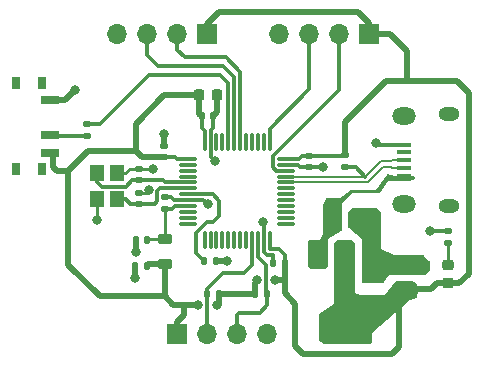
<source format=gbr>
%TF.GenerationSoftware,KiCad,Pcbnew,7.0.8*%
%TF.CreationDate,2023-11-01T19:37:33-03:00*%
%TF.ProjectId,KICAD_STM32,4b494341-445f-4535-944d-33322e6b6963,rev?*%
%TF.SameCoordinates,Original*%
%TF.FileFunction,Copper,L1,Top*%
%TF.FilePolarity,Positive*%
%FSLAX46Y46*%
G04 Gerber Fmt 4.6, Leading zero omitted, Abs format (unit mm)*
G04 Created by KiCad (PCBNEW 7.0.8) date 2023-11-01 19:37:33*
%MOMM*%
%LPD*%
G01*
G04 APERTURE LIST*
G04 Aperture macros list*
%AMRoundRect*
0 Rectangle with rounded corners*
0 $1 Rounding radius*
0 $2 $3 $4 $5 $6 $7 $8 $9 X,Y pos of 4 corners*
0 Add a 4 corners polygon primitive as box body*
4,1,4,$2,$3,$4,$5,$6,$7,$8,$9,$2,$3,0*
0 Add four circle primitives for the rounded corners*
1,1,$1+$1,$2,$3*
1,1,$1+$1,$4,$5*
1,1,$1+$1,$6,$7*
1,1,$1+$1,$8,$9*
0 Add four rect primitives between the rounded corners*
20,1,$1+$1,$2,$3,$4,$5,0*
20,1,$1+$1,$4,$5,$6,$7,0*
20,1,$1+$1,$6,$7,$8,$9,0*
20,1,$1+$1,$8,$9,$2,$3,0*%
G04 Aperture macros list end*
%TA.AperFunction,SMDPad,CuDef*%
%ADD10RoundRect,0.140000X0.170000X-0.140000X0.170000X0.140000X-0.170000X0.140000X-0.170000X-0.140000X0*%
%TD*%
%TA.AperFunction,SMDPad,CuDef*%
%ADD11R,1.200000X1.400000*%
%TD*%
%TA.AperFunction,ComponentPad*%
%ADD12O,1.800000X1.150000*%
%TD*%
%TA.AperFunction,ComponentPad*%
%ADD13O,2.000000X1.450000*%
%TD*%
%TA.AperFunction,SMDPad,CuDef*%
%ADD14R,1.300000X0.450000*%
%TD*%
%TA.AperFunction,ComponentPad*%
%ADD15R,1.700000X1.700000*%
%TD*%
%TA.AperFunction,ComponentPad*%
%ADD16O,1.700000X1.700000*%
%TD*%
%TA.AperFunction,SMDPad,CuDef*%
%ADD17R,0.800000X1.000000*%
%TD*%
%TA.AperFunction,SMDPad,CuDef*%
%ADD18R,1.500000X0.700000*%
%TD*%
%TA.AperFunction,SMDPad,CuDef*%
%ADD19RoundRect,0.135000X0.185000X-0.135000X0.185000X0.135000X-0.185000X0.135000X-0.185000X-0.135000X0*%
%TD*%
%TA.AperFunction,SMDPad,CuDef*%
%ADD20R,1.500000X2.000000*%
%TD*%
%TA.AperFunction,SMDPad,CuDef*%
%ADD21R,3.800000X2.000000*%
%TD*%
%TA.AperFunction,SMDPad,CuDef*%
%ADD22RoundRect,0.140000X0.140000X0.170000X-0.140000X0.170000X-0.140000X-0.170000X0.140000X-0.170000X0*%
%TD*%
%TA.AperFunction,SMDPad,CuDef*%
%ADD23RoundRect,0.135000X0.135000X0.185000X-0.135000X0.185000X-0.135000X-0.185000X0.135000X-0.185000X0*%
%TD*%
%TA.AperFunction,SMDPad,CuDef*%
%ADD24RoundRect,0.140000X-0.170000X0.140000X-0.170000X-0.140000X0.170000X-0.140000X0.170000X0.140000X0*%
%TD*%
%TA.AperFunction,SMDPad,CuDef*%
%ADD25RoundRect,0.250000X-0.250000X-0.475000X0.250000X-0.475000X0.250000X0.475000X-0.250000X0.475000X0*%
%TD*%
%TA.AperFunction,SMDPad,CuDef*%
%ADD26RoundRect,0.075000X-0.662500X-0.075000X0.662500X-0.075000X0.662500X0.075000X-0.662500X0.075000X0*%
%TD*%
%TA.AperFunction,SMDPad,CuDef*%
%ADD27RoundRect,0.075000X-0.075000X-0.662500X0.075000X-0.662500X0.075000X0.662500X-0.075000X0.662500X0*%
%TD*%
%TA.AperFunction,SMDPad,CuDef*%
%ADD28RoundRect,0.140000X-0.140000X-0.170000X0.140000X-0.170000X0.140000X0.170000X-0.140000X0.170000X0*%
%TD*%
%TA.AperFunction,SMDPad,CuDef*%
%ADD29RoundRect,0.225000X-0.225000X-0.250000X0.225000X-0.250000X0.225000X0.250000X-0.225000X0.250000X0*%
%TD*%
%TA.AperFunction,SMDPad,CuDef*%
%ADD30RoundRect,0.250000X0.475000X-0.250000X0.475000X0.250000X-0.475000X0.250000X-0.475000X-0.250000X0*%
%TD*%
%TA.AperFunction,SMDPad,CuDef*%
%ADD31RoundRect,0.135000X-0.185000X0.135000X-0.185000X-0.135000X0.185000X-0.135000X0.185000X0.135000X0*%
%TD*%
%TA.AperFunction,SMDPad,CuDef*%
%ADD32RoundRect,0.218750X-0.381250X0.218750X-0.381250X-0.218750X0.381250X-0.218750X0.381250X0.218750X0*%
%TD*%
%TA.AperFunction,SMDPad,CuDef*%
%ADD33RoundRect,0.218750X-0.256250X0.218750X-0.256250X-0.218750X0.256250X-0.218750X0.256250X0.218750X0*%
%TD*%
%TA.AperFunction,SMDPad,CuDef*%
%ADD34RoundRect,0.135000X-0.135000X-0.185000X0.135000X-0.185000X0.135000X0.185000X-0.135000X0.185000X0*%
%TD*%
%TA.AperFunction,ViaPad*%
%ADD35C,0.800000*%
%TD*%
%TA.AperFunction,Conductor*%
%ADD36C,0.250000*%
%TD*%
%TA.AperFunction,Conductor*%
%ADD37C,0.200000*%
%TD*%
%TA.AperFunction,Conductor*%
%ADD38C,0.300000*%
%TD*%
%TA.AperFunction,Conductor*%
%ADD39C,0.500000*%
%TD*%
G04 APERTURE END LIST*
D10*
%TO.P,C4,1*%
%TO.N,+3.3V*%
X102000000Y-28730000D03*
%TO.P,C4,2*%
%TO.N,GND*%
X102000000Y-27770000D03*
%TD*%
D11*
%TO.P,Y1,1,1*%
%TO.N,/HSE_IN*%
X96300000Y-30074000D03*
%TO.P,Y1,2,2*%
%TO.N,GND*%
X96300000Y-32274000D03*
%TO.P,Y1,3,3*%
%TO.N,/HSE_OUT*%
X98000000Y-32274000D03*
%TO.P,Y1,4,4*%
%TO.N,GND*%
X98000000Y-30074000D03*
%TD*%
D12*
%TO.P,J1,6,Shield*%
%TO.N,N/C*%
X126163000Y-25086000D03*
D13*
X122363000Y-25236000D03*
X122363000Y-32686000D03*
D12*
X126163000Y-32836000D03*
D14*
%TO.P,J1,5,GND*%
%TO.N,GND*%
X122313000Y-27661000D03*
%TO.P,J1,4,ID*%
%TO.N,unconnected-(J1-ID-Pad4)*%
X122313000Y-28311000D03*
%TO.P,J1,3,D+*%
%TO.N,/USB_D+*%
X122313000Y-28961000D03*
%TO.P,J1,2,D-*%
%TO.N,/USB_D-*%
X122313000Y-29611000D03*
%TO.P,J1,1,VBUS*%
%TO.N,VBUS*%
X122313000Y-30261000D03*
%TD*%
D10*
%TO.P,C13,1*%
%TO.N,/HSE_OUT*%
X99900000Y-32680000D03*
%TO.P,C13,2*%
%TO.N,GND*%
X99900000Y-31720000D03*
%TD*%
D15*
%TO.P,J4,1,Pin_1*%
%TO.N,+3.3V*%
X103124000Y-43688000D03*
D16*
%TO.P,J4,2,Pin_2*%
%TO.N,/I2C2_SCL*%
X105664000Y-43688000D03*
%TO.P,J4,3,Pin_3*%
%TO.N,/I2C2_SDA*%
X108204000Y-43688000D03*
%TO.P,J4,4,Pin_4*%
%TO.N,GND*%
X110744000Y-43688000D03*
%TD*%
D17*
%TO.P,SW1,*%
%TO.N,*%
X91712000Y-22450000D03*
X89502000Y-22450000D03*
X91712000Y-29750000D03*
X89502000Y-29750000D03*
D18*
%TO.P,SW1,1,A*%
%TO.N,GND*%
X92362000Y-23850000D03*
%TO.P,SW1,2,B*%
%TO.N,/SW_BOOT0*%
X92362000Y-26850000D03*
%TO.P,SW1,3,C*%
%TO.N,+3.3V*%
X92362000Y-28350000D03*
%TD*%
D15*
%TO.P,J3,1,Pin_1*%
%TO.N,+3.3V*%
X105664000Y-18288000D03*
D16*
%TO.P,J3,2,Pin_2*%
%TO.N,/UART1_TX*%
X103124000Y-18288000D03*
%TO.P,J3,3,Pin_3*%
%TO.N,/UART1_RX*%
X100584000Y-18288000D03*
%TO.P,J3,4,Pin_4*%
%TO.N,GND*%
X98044000Y-18288000D03*
%TD*%
D10*
%TO.P,C12,1*%
%TO.N,/HSE_IN*%
X99900000Y-30666000D03*
%TO.P,C12,2*%
%TO.N,GND*%
X99900000Y-29706000D03*
%TD*%
D19*
%TO.P,R2,1*%
%TO.N,/SW_BOOT0*%
X95504000Y-26924000D03*
%TO.P,R2,2*%
%TO.N,/BOOT0*%
X95504000Y-25904000D03*
%TD*%
D20*
%TO.P,U1,1,GND*%
%TO.N,GND*%
X119648000Y-36982000D03*
%TO.P,U1,2,VO*%
%TO.N,+3.3V*%
X117348000Y-36982000D03*
D21*
X117348000Y-43282000D03*
D20*
%TO.P,U1,3,VI*%
%TO.N,VBUS*%
X115048000Y-36982000D03*
%TD*%
D22*
%TO.P,C10,1*%
%TO.N,+3.3V*%
X100556000Y-37900000D03*
%TO.P,C10,2*%
%TO.N,GND*%
X99596000Y-37900000D03*
%TD*%
D10*
%TO.P,C8,1*%
%TO.N,+3.3VA*%
X102108000Y-33066000D03*
%TO.P,C8,2*%
%TO.N,GND*%
X102108000Y-32106000D03*
%TD*%
D23*
%TO.P,R4,1*%
%TO.N,+3.3V*%
X106680000Y-40250000D03*
%TO.P,R4,2*%
%TO.N,/I2C2_SCL*%
X105660000Y-40250000D03*
%TD*%
D22*
%TO.P,C9,1*%
%TO.N,+3.3VA*%
X100584000Y-35755000D03*
%TO.P,C9,2*%
%TO.N,GND*%
X99624000Y-35755000D03*
%TD*%
D24*
%TO.P,C6,1*%
%TO.N,+3.3V*%
X114300000Y-28578000D03*
%TO.P,C6,2*%
%TO.N,GND*%
X114300000Y-29538000D03*
%TD*%
D25*
%TO.P,C1,1*%
%TO.N,VBUS*%
X116500000Y-34138000D03*
%TO.P,C1,2*%
%TO.N,GND*%
X118400000Y-34138000D03*
%TD*%
D26*
%TO.P,U2,1,VBAT*%
%TO.N,+3.3V*%
X104041500Y-28848000D03*
%TO.P,U2,2,PC13*%
%TO.N,unconnected-(U2-PC13-Pad2)*%
X104041500Y-29348000D03*
%TO.P,U2,3,PC14*%
%TO.N,unconnected-(U2-PC14-Pad3)*%
X104041500Y-29848000D03*
%TO.P,U2,4,PC15*%
%TO.N,unconnected-(U2-PC15-Pad4)*%
X104041500Y-30348000D03*
%TO.P,U2,5,PD0*%
%TO.N,/HSE_IN*%
X104041500Y-30848000D03*
%TO.P,U2,6,PD1*%
%TO.N,/HSE_OUT*%
X104041500Y-31348000D03*
%TO.P,U2,7,NRST*%
%TO.N,/NRST*%
X104041500Y-31848000D03*
%TO.P,U2,8,VSSA*%
%TO.N,GND*%
X104041500Y-32348000D03*
%TO.P,U2,9,VDDA*%
%TO.N,+3.3VA*%
X104041500Y-32848000D03*
%TO.P,U2,10,PA0*%
%TO.N,unconnected-(U2-PA0-Pad10)*%
X104041500Y-33348000D03*
%TO.P,U2,11,PA1*%
%TO.N,unconnected-(U2-PA1-Pad11)*%
X104041500Y-33848000D03*
%TO.P,U2,12,PA2*%
%TO.N,unconnected-(U2-PA2-Pad12)*%
X104041500Y-34348000D03*
D27*
%TO.P,U2,13,PA3*%
%TO.N,unconnected-(U2-PA3-Pad13)*%
X105454000Y-35760500D03*
%TO.P,U2,14,PA4*%
%TO.N,unconnected-(U2-PA4-Pad14)*%
X105954000Y-35760500D03*
%TO.P,U2,15,PA5*%
%TO.N,unconnected-(U2-PA5-Pad15)*%
X106454000Y-35760500D03*
%TO.P,U2,16,PA6*%
%TO.N,unconnected-(U2-PA6-Pad16)*%
X106954000Y-35760500D03*
%TO.P,U2,17,PA7*%
%TO.N,unconnected-(U2-PA7-Pad17)*%
X107454000Y-35760500D03*
%TO.P,U2,18,PB0*%
%TO.N,unconnected-(U2-PB0-Pad18)*%
X107954000Y-35760500D03*
%TO.P,U2,19,PB1*%
%TO.N,unconnected-(U2-PB1-Pad19)*%
X108454000Y-35760500D03*
%TO.P,U2,20,PB2*%
%TO.N,unconnected-(U2-PB2-Pad20)*%
X108954000Y-35760500D03*
%TO.P,U2,21,PB10*%
%TO.N,/I2C2_SCL*%
X109454000Y-35760500D03*
%TO.P,U2,22,PB11*%
%TO.N,/I2C2_SDA*%
X109954000Y-35760500D03*
%TO.P,U2,23,VSS*%
%TO.N,GND*%
X110454000Y-35760500D03*
%TO.P,U2,24,VDD*%
%TO.N,+3.3V*%
X110954000Y-35760500D03*
D26*
%TO.P,U2,25,PB12*%
%TO.N,unconnected-(U2-PB12-Pad25)*%
X112366500Y-34348000D03*
%TO.P,U2,26,PB13*%
%TO.N,unconnected-(U2-PB13-Pad26)*%
X112366500Y-33848000D03*
%TO.P,U2,27,PB14*%
%TO.N,unconnected-(U2-PB14-Pad27)*%
X112366500Y-33348000D03*
%TO.P,U2,28,PB15*%
%TO.N,unconnected-(U2-PB15-Pad28)*%
X112366500Y-32848000D03*
%TO.P,U2,29,PA8*%
%TO.N,unconnected-(U2-PA8-Pad29)*%
X112366500Y-32348000D03*
%TO.P,U2,30,PA9*%
%TO.N,unconnected-(U2-PA9-Pad30)*%
X112366500Y-31848000D03*
%TO.P,U2,31,PA10*%
%TO.N,unconnected-(U2-PA10-Pad31)*%
X112366500Y-31348000D03*
%TO.P,U2,32,PA11*%
%TO.N,/USB_D-*%
X112366500Y-30848000D03*
%TO.P,U2,33,PA12*%
%TO.N,/USB_D+*%
X112366500Y-30348000D03*
%TO.P,U2,34,PA13*%
%TO.N,/SWDIO*%
X112366500Y-29848000D03*
%TO.P,U2,35,VSS*%
%TO.N,GND*%
X112366500Y-29348000D03*
%TO.P,U2,36,VDD*%
%TO.N,+3.3V*%
X112366500Y-28848000D03*
D27*
%TO.P,U2,37,PA14*%
%TO.N,/SWCLK*%
X110954000Y-27435500D03*
%TO.P,U2,38,PA15*%
%TO.N,unconnected-(U2-PA15-Pad38)*%
X110454000Y-27435500D03*
%TO.P,U2,39,PB3*%
%TO.N,unconnected-(U2-PB3-Pad39)*%
X109954000Y-27435500D03*
%TO.P,U2,40,PB4*%
%TO.N,unconnected-(U2-PB4-Pad40)*%
X109454000Y-27435500D03*
%TO.P,U2,41,PB5*%
%TO.N,unconnected-(U2-PB5-Pad41)*%
X108954000Y-27435500D03*
%TO.P,U2,42,PB6*%
%TO.N,/UART1_TX*%
X108454000Y-27435500D03*
%TO.P,U2,43,PB7*%
%TO.N,/UART1_RX*%
X107954000Y-27435500D03*
%TO.P,U2,44,BOOT0*%
%TO.N,/BOOT0*%
X107454000Y-27435500D03*
%TO.P,U2,45,PB8*%
%TO.N,unconnected-(U2-PB8-Pad45)*%
X106954000Y-27435500D03*
%TO.P,U2,46,PB9*%
%TO.N,unconnected-(U2-PB9-Pad46)*%
X106454000Y-27435500D03*
%TO.P,U2,47,VSS*%
%TO.N,GND*%
X105954000Y-27435500D03*
%TO.P,U2,48,VDD*%
%TO.N,+3.3V*%
X105454000Y-27435500D03*
%TD*%
D28*
%TO.P,C11,1*%
%TO.N,/NRST*%
X105420000Y-37500000D03*
%TO.P,C11,2*%
%TO.N,GND*%
X106380000Y-37500000D03*
%TD*%
D19*
%TO.P,R1,1*%
%TO.N,/PWR_LED_K*%
X126100000Y-36000000D03*
%TO.P,R1,2*%
%TO.N,GND*%
X126100000Y-34980000D03*
%TD*%
D22*
%TO.P,C7,1*%
%TO.N,+3.3V*%
X112230000Y-37694000D03*
%TO.P,C7,2*%
%TO.N,GND*%
X111270000Y-37694000D03*
%TD*%
D29*
%TO.P,C3,1*%
%TO.N,+3.3V*%
X104975000Y-23470000D03*
%TO.P,C3,2*%
%TO.N,GND*%
X106525000Y-23470000D03*
%TD*%
D15*
%TO.P,J2,1,Pin_1*%
%TO.N,+3.3V*%
X119380000Y-18288000D03*
D16*
%TO.P,J2,2,Pin_2*%
%TO.N,/SWDIO*%
X116840000Y-18288000D03*
%TO.P,J2,3,Pin_3*%
%TO.N,/SWCLK*%
X114300000Y-18288000D03*
%TO.P,J2,4,Pin_4*%
%TO.N,GND*%
X111760000Y-18288000D03*
%TD*%
D28*
%TO.P,C5,1*%
%TO.N,+3.3V*%
X105212000Y-25250000D03*
%TO.P,C5,2*%
%TO.N,GND*%
X106172000Y-25250000D03*
%TD*%
D30*
%TO.P,C2,1*%
%TO.N,+3.3V*%
X122500000Y-39900000D03*
%TO.P,C2,2*%
%TO.N,GND*%
X122500000Y-38000000D03*
%TD*%
D31*
%TO.P,R3,1*%
%TO.N,+3.3V*%
X117348000Y-28546000D03*
%TO.P,R3,2*%
%TO.N,/USB_D+*%
X117348000Y-29566000D03*
%TD*%
D32*
%TO.P,FB1,1*%
%TO.N,+3.3VA*%
X102108000Y-35662000D03*
%TO.P,FB1,2*%
%TO.N,+3.3V*%
X102108000Y-37787000D03*
%TD*%
D33*
%TO.P,D1,1,K*%
%TO.N,/PWR_LED_K*%
X126100000Y-37806500D03*
%TO.P,D1,2,A*%
%TO.N,+3.3V*%
X126100000Y-39381500D03*
%TD*%
D34*
%TO.P,R5,1*%
%TO.N,+3.3V*%
X109728000Y-40250000D03*
%TO.P,R5,2*%
%TO.N,/I2C2_SDA*%
X110748000Y-40250000D03*
%TD*%
D35*
%TO.N,GND*%
X99596000Y-38900000D03*
X102000000Y-26750000D03*
X120300000Y-38900000D03*
X96300000Y-34000000D03*
X115500000Y-29500000D03*
X123996000Y-37900000D03*
X105700000Y-32700000D03*
X94500000Y-23000000D03*
X106300000Y-29000000D03*
X119200000Y-38900000D03*
X119660000Y-33500000D03*
X119660000Y-34800000D03*
X99600000Y-36700000D03*
X120000000Y-27500000D03*
X101100000Y-29700000D03*
X110400000Y-34200000D03*
X124500000Y-35000000D03*
X107364000Y-37500000D03*
X100701851Y-31481198D03*
%TO.N,+3.3V*%
X104900000Y-41200000D03*
X106500000Y-41200000D03*
X109890500Y-39100000D03*
X111389500Y-39100000D03*
%TD*%
D36*
%TO.N,+3.3VA*%
X102108000Y-35662000D02*
X102108000Y-33066000D01*
X100677000Y-35662000D02*
X100584000Y-35755000D01*
X102108000Y-35662000D02*
X100677000Y-35662000D01*
%TO.N,GND*%
X100701851Y-31481198D02*
X100463049Y-31720000D01*
X100463049Y-31720000D02*
X99900000Y-31720000D01*
D37*
%TO.N,/USB_D+*%
X113472751Y-30348000D02*
X113497751Y-30373000D01*
X121337999Y-28961000D02*
X122313000Y-28961000D01*
D38*
X118251800Y-29566000D02*
X119058800Y-30373000D01*
D37*
X121237999Y-29061000D02*
X121337999Y-28961000D01*
D38*
X117348000Y-29566000D02*
X118251800Y-29566000D01*
D37*
X119058800Y-30373000D02*
X120370800Y-29061000D01*
X120370800Y-29061000D02*
X121237999Y-29061000D01*
X113497751Y-30373000D02*
X119058800Y-30373000D01*
X112366500Y-30348000D02*
X113472751Y-30348000D01*
D39*
%TO.N,GND*%
X106525000Y-23470000D02*
X106525000Y-24897000D01*
X93650000Y-23850000D02*
X94500000Y-23000000D01*
D38*
X105954000Y-28654000D02*
X106300000Y-29000000D01*
D36*
X96300000Y-32274000D02*
X96300000Y-34000000D01*
D39*
X99596000Y-38900000D02*
X99596000Y-37900000D01*
D38*
X102848000Y-32348000D02*
X102606000Y-32106000D01*
D36*
X101094000Y-29706000D02*
X101100000Y-29700000D01*
D39*
X99624000Y-36676000D02*
X99600000Y-36700000D01*
D38*
X105348000Y-32348000D02*
X105700000Y-32700000D01*
X120161000Y-27661000D02*
X120000000Y-27500000D01*
X102606000Y-32106000D02*
X102108000Y-32106000D01*
X113538000Y-29538000D02*
X114300000Y-29538000D01*
X106172000Y-26203000D02*
X106172000Y-25250000D01*
X114300000Y-29538000D02*
X115462000Y-29538000D01*
X122313000Y-27661000D02*
X120161000Y-27661000D01*
X124520000Y-34980000D02*
X124500000Y-35000000D01*
D39*
X106525000Y-24897000D02*
X106172000Y-25250000D01*
D38*
X105954000Y-26421000D02*
X106172000Y-26203000D01*
X126100000Y-34980000D02*
X124520000Y-34980000D01*
D39*
X92362000Y-23850000D02*
X93650000Y-23850000D01*
D38*
X104041500Y-32348000D02*
X102848000Y-32348000D01*
X115462000Y-29538000D02*
X115500000Y-29500000D01*
X111270000Y-37020000D02*
X111270000Y-37694000D01*
X113348000Y-29348000D02*
X113538000Y-29538000D01*
X110454000Y-34254000D02*
X110454000Y-35760500D01*
X110750000Y-37000000D02*
X111250000Y-37000000D01*
X110454000Y-35760500D02*
X110454000Y-36704000D01*
D36*
X100032000Y-29706000D02*
X101094000Y-29706000D01*
D38*
X105954000Y-27435500D02*
X105954000Y-26421000D01*
D39*
X102000000Y-27770000D02*
X102000000Y-26750000D01*
D36*
X98726000Y-30074000D02*
X99094000Y-29706000D01*
D39*
X107364000Y-37500000D02*
X106380000Y-37500000D01*
D38*
X105954000Y-27435500D02*
X105954000Y-28654000D01*
D36*
X99094000Y-29706000D02*
X100032000Y-29706000D01*
D38*
X104041500Y-32348000D02*
X105348000Y-32348000D01*
D39*
X99624000Y-35755000D02*
X99624000Y-36676000D01*
D38*
X112366500Y-29348000D02*
X113348000Y-29348000D01*
X110454000Y-36704000D02*
X110750000Y-37000000D01*
D36*
X98000000Y-30074000D02*
X98726000Y-30074000D01*
D38*
X111250000Y-37000000D02*
X111270000Y-37020000D01*
X110400000Y-34200000D02*
X110454000Y-34254000D01*
%TO.N,+3.3V*%
X111750000Y-36500000D02*
X112230000Y-36980000D01*
D39*
X99600000Y-25900000D02*
X102030000Y-23470000D01*
X126100000Y-39381500D02*
X127018500Y-39381500D01*
X92600000Y-28588000D02*
X92362000Y-28350000D01*
X109728000Y-40250000D02*
X109678000Y-40300000D01*
X103700000Y-42100000D02*
X103124000Y-42676000D01*
X103700000Y-41200000D02*
X103700000Y-42100000D01*
X92600000Y-29500000D02*
X92600000Y-28588000D01*
X104975000Y-25013000D02*
X105212000Y-25250000D01*
X100130000Y-28730000D02*
X102000000Y-28730000D01*
X113100000Y-41100000D02*
X112230000Y-40230000D01*
X117348000Y-25752000D02*
X117348000Y-28546000D01*
X93900000Y-29888000D02*
X95588000Y-28200000D01*
X104900000Y-41200000D02*
X103700000Y-41200000D01*
D38*
X111000000Y-36500000D02*
X111750000Y-36500000D01*
D39*
X103700000Y-41200000D02*
X102800000Y-41200000D01*
X126800000Y-22300000D02*
X124300000Y-22300000D01*
D38*
X112230000Y-36980000D02*
X112230000Y-37694000D01*
X113672000Y-28578000D02*
X114300000Y-28578000D01*
D39*
X121188000Y-18288000D02*
X119380000Y-18288000D01*
X120800000Y-22300000D02*
X117348000Y-25752000D01*
X121900000Y-44800000D02*
X121300000Y-45400000D01*
X95588000Y-28200000D02*
X99600000Y-28200000D01*
X122600000Y-19700000D02*
X121188000Y-18288000D01*
X102100000Y-40500000D02*
X102108000Y-40492000D01*
X96592000Y-40492000D02*
X93900000Y-37800000D01*
D38*
X113402000Y-28848000D02*
X113672000Y-28578000D01*
D39*
X106680000Y-41020000D02*
X106500000Y-41200000D01*
X118400000Y-16400000D02*
X106700000Y-16400000D01*
D38*
X105454000Y-26454000D02*
X105212000Y-26212000D01*
D39*
X92600000Y-29500000D02*
X92988000Y-29888000D01*
X112230000Y-39100000D02*
X112230000Y-37694000D01*
D38*
X110954000Y-36454000D02*
X111000000Y-36500000D01*
D39*
X125118500Y-39381500D02*
X126100000Y-39381500D01*
X127800000Y-38600000D02*
X127800000Y-23300000D01*
X93900000Y-37800000D02*
X93900000Y-29888000D01*
X99600000Y-28200000D02*
X100130000Y-28730000D01*
X109728000Y-39372000D02*
X109728000Y-40250000D01*
X119380000Y-18288000D02*
X119380000Y-17380000D01*
X103124000Y-42676000D02*
X103124000Y-43688000D01*
D38*
X103098000Y-28848000D02*
X102980000Y-28730000D01*
D39*
X99600000Y-28200000D02*
X99600000Y-25900000D01*
X109890500Y-39209500D02*
X109728000Y-39372000D01*
X122500000Y-39900000D02*
X124600000Y-39900000D01*
X121900000Y-40500000D02*
X121900000Y-44800000D01*
X106700000Y-16400000D02*
X105664000Y-17436000D01*
X102108000Y-40492000D02*
X96592000Y-40492000D01*
X124300000Y-22300000D02*
X120800000Y-22300000D01*
D38*
X105454000Y-27435500D02*
X105454000Y-26454000D01*
D39*
X124600000Y-39900000D02*
X125118500Y-39381500D01*
X92988000Y-29888000D02*
X93900000Y-29888000D01*
D38*
X104041500Y-28848000D02*
X103098000Y-28848000D01*
D39*
X112230000Y-40230000D02*
X112230000Y-39100000D01*
X112230000Y-39100000D02*
X111389500Y-39100000D01*
X122500000Y-39900000D02*
X121900000Y-40500000D01*
D38*
X112366500Y-28848000D02*
X113402000Y-28848000D01*
D39*
X122600000Y-22300000D02*
X122600000Y-19700000D01*
X113100000Y-44700000D02*
X113100000Y-41100000D01*
X100669000Y-37787000D02*
X100556000Y-37900000D01*
X121300000Y-45400000D02*
X113800000Y-45400000D01*
X127018500Y-39381500D02*
X127800000Y-38600000D01*
D38*
X102980000Y-28730000D02*
X102000000Y-28730000D01*
X117316000Y-28578000D02*
X117348000Y-28546000D01*
D39*
X109890500Y-39100000D02*
X109890500Y-39209500D01*
X124300000Y-22300000D02*
X122600000Y-22300000D01*
X102108000Y-37787000D02*
X100669000Y-37787000D01*
D38*
X110954000Y-35760500D02*
X110954000Y-36454000D01*
D39*
X102800000Y-41200000D02*
X102100000Y-40500000D01*
D38*
X114300000Y-28578000D02*
X117316000Y-28578000D01*
X105212000Y-26212000D02*
X105212000Y-25250000D01*
D39*
X127800000Y-23300000D02*
X126800000Y-22300000D01*
X104975000Y-23470000D02*
X104975000Y-25013000D01*
X113800000Y-45400000D02*
X113100000Y-44700000D01*
X102030000Y-23470000D02*
X104975000Y-23470000D01*
X105664000Y-17436000D02*
X105664000Y-18288000D01*
X106680000Y-40250000D02*
X106680000Y-41020000D01*
X109678000Y-40300000D02*
X106730000Y-40300000D01*
X102108000Y-40492000D02*
X102108000Y-37787000D01*
X106730000Y-40300000D02*
X106680000Y-40250000D01*
X119380000Y-17380000D02*
X118400000Y-16400000D01*
D38*
%TO.N,+3.3VA*%
X102684000Y-33066000D02*
X102108000Y-33066000D01*
X102902000Y-32848000D02*
X102684000Y-33066000D01*
X104041500Y-32848000D02*
X102902000Y-32848000D01*
%TO.N,/NRST*%
X104750000Y-36830000D02*
X104750000Y-35125958D01*
X106700000Y-33700000D02*
X106700000Y-32400000D01*
X106700000Y-32400000D02*
X106148000Y-31848000D01*
X105420000Y-37500000D02*
X104750000Y-36830000D01*
X105675958Y-34200000D02*
X106200000Y-34200000D01*
X106200000Y-34200000D02*
X106700000Y-33700000D01*
X106148000Y-31848000D02*
X104041500Y-31848000D01*
X104750000Y-35125958D02*
X105675958Y-34200000D01*
%TO.N,/HSE_IN*%
X102098000Y-30848000D02*
X101916000Y-30666000D01*
X101916000Y-30666000D02*
X100032000Y-30666000D01*
X99334000Y-30666000D02*
X98776000Y-31224000D01*
X104041500Y-30848000D02*
X102098000Y-30848000D01*
X100032000Y-30666000D02*
X99334000Y-30666000D01*
X98776000Y-31224000D02*
X96750000Y-31224000D01*
X96300000Y-30774000D02*
X96300000Y-30074000D01*
X96750000Y-31224000D02*
X96300000Y-30774000D01*
%TO.N,/HSE_OUT*%
X99170000Y-32670000D02*
X98774000Y-32274000D01*
X100032000Y-32670000D02*
X99170000Y-32670000D01*
X98774000Y-32274000D02*
X98000000Y-32274000D01*
X101226966Y-32670000D02*
X100032000Y-32670000D01*
X101448000Y-31552000D02*
X101448000Y-32448966D01*
X104041500Y-31348000D02*
X101652000Y-31348000D01*
X101652000Y-31348000D02*
X101448000Y-31552000D01*
X101448000Y-32448966D02*
X101226966Y-32670000D01*
D36*
%TO.N,/PWR_LED_K*%
X126100000Y-37806500D02*
X126100000Y-36000000D01*
D37*
%TO.N,/USB_D-*%
X113497751Y-30823000D02*
X119245200Y-30823000D01*
X121237999Y-29511000D02*
X121337999Y-29611000D01*
X120557200Y-29511000D02*
X121237999Y-29511000D01*
X119245200Y-30823000D02*
X120557200Y-29511000D01*
X112366500Y-30848000D02*
X113472751Y-30848000D01*
X121337999Y-29611000D02*
X122313000Y-29611000D01*
X113472751Y-30848000D02*
X113497751Y-30823000D01*
D38*
%TO.N,/SWDIO*%
X111250000Y-29570042D02*
X111250000Y-28625000D01*
X111527958Y-29848000D02*
X111250000Y-29570042D01*
X112366500Y-29848000D02*
X111527958Y-29848000D01*
X116840000Y-23035000D02*
X116840000Y-18288000D01*
X111250000Y-28625000D02*
X116840000Y-23035000D01*
%TO.N,/SWCLK*%
X110954000Y-26296000D02*
X114300000Y-22950000D01*
X110954000Y-27435500D02*
X110954000Y-26296000D01*
X114300000Y-22950000D02*
X114300000Y-18288000D01*
%TO.N,/UART1_TX*%
X103750000Y-20250000D02*
X103124000Y-19624000D01*
X103124000Y-19624000D02*
X103124000Y-18288000D01*
X107250000Y-20250000D02*
X103750000Y-20250000D01*
X108454000Y-27435500D02*
X108454000Y-21454000D01*
X108454000Y-21454000D02*
X107250000Y-20250000D01*
%TO.N,/UART1_RX*%
X107000000Y-21000000D02*
X101500000Y-21000000D01*
X100584000Y-20084000D02*
X100584000Y-18288000D01*
X107954000Y-21954000D02*
X107000000Y-21000000D01*
X101500000Y-21000000D02*
X100584000Y-20084000D01*
X107954000Y-27435500D02*
X107954000Y-21954000D01*
%TO.N,/I2C2_SCL*%
X105660000Y-40250000D02*
X105660000Y-43684000D01*
X107000000Y-38500000D02*
X105660000Y-39840000D01*
X108800000Y-38500000D02*
X107000000Y-38500000D01*
X109454000Y-37846000D02*
X108800000Y-38500000D01*
X109454000Y-35760500D02*
X109454000Y-37846000D01*
X105660000Y-43684000D02*
X105664000Y-43688000D01*
X105660000Y-39840000D02*
X105660000Y-40250000D01*
%TO.N,/I2C2_SDA*%
X110748000Y-40250000D02*
X110748000Y-41252000D01*
X110640000Y-37840000D02*
X110640000Y-40142000D01*
X110640000Y-40142000D02*
X110748000Y-40250000D01*
X109954000Y-37154000D02*
X110640000Y-37840000D01*
X108350000Y-41900000D02*
X108204000Y-42046000D01*
X109954000Y-35760500D02*
X109954000Y-37154000D01*
X110748000Y-41252000D02*
X110100000Y-41900000D01*
X110100000Y-41900000D02*
X108350000Y-41900000D01*
X108204000Y-42046000D02*
X108204000Y-43688000D01*
%TO.N,/SW_BOOT0*%
X92436000Y-26924000D02*
X92362000Y-26850000D01*
X95504000Y-26924000D02*
X92436000Y-26924000D01*
%TO.N,/BOOT0*%
X106750000Y-21750000D02*
X100750000Y-21750000D01*
X107454000Y-27435500D02*
X107454000Y-22454000D01*
X100750000Y-21750000D02*
X96596000Y-25904000D01*
X107454000Y-22454000D02*
X106750000Y-21750000D01*
X96596000Y-25904000D02*
X95504000Y-25904000D01*
%TD*%
%TA.AperFunction,Conductor*%
%TO.N,GND*%
G36*
X120007441Y-33019685D02*
G01*
X120037230Y-33046538D01*
X120372828Y-33466035D01*
X120399336Y-33530681D01*
X120400000Y-33543497D01*
X120400000Y-36500000D01*
X121500000Y-37000000D01*
X123948638Y-37000000D01*
X124015677Y-37019685D01*
X124036319Y-37036319D01*
X124463681Y-37463681D01*
X124497166Y-37525004D01*
X124500000Y-37551362D01*
X124500000Y-38248638D01*
X124480315Y-38315677D01*
X124463681Y-38336319D01*
X124136319Y-38663681D01*
X124074996Y-38697166D01*
X124048638Y-38700000D01*
X123021565Y-38700000D01*
X123014394Y-38699584D01*
X122980538Y-38695642D01*
X122970729Y-38694500D01*
X122970728Y-38694500D01*
X121662000Y-38694500D01*
X121632132Y-38697166D01*
X121603134Y-38699754D01*
X121597619Y-38700000D01*
X121100000Y-38700000D01*
X120606286Y-39276000D01*
X120537116Y-39356698D01*
X120478541Y-39394788D01*
X120442968Y-39400000D01*
X118924000Y-39400000D01*
X118856961Y-39380315D01*
X118811206Y-39327511D01*
X118800000Y-39276000D01*
X118800000Y-35599999D01*
X117649600Y-34737199D01*
X117607779Y-34681228D01*
X117600000Y-34637999D01*
X117600000Y-33543497D01*
X117619685Y-33476458D01*
X117627172Y-33466035D01*
X117962770Y-33046538D01*
X118020021Y-33006486D01*
X118059598Y-33000000D01*
X119940402Y-33000000D01*
X120007441Y-33019685D01*
G37*
%TD.AperFunction*%
%TD*%
%TA.AperFunction,Conductor*%
%TO.N,+3.3V*%
G36*
X117915677Y-35719685D02*
G01*
X117936319Y-35736319D01*
X118163681Y-35963681D01*
X118197166Y-36025004D01*
X118200000Y-36051362D01*
X118200000Y-40200000D01*
X118200001Y-40200001D01*
X118599999Y-40400000D01*
X118600000Y-40400000D01*
X120700000Y-40400000D01*
X121562800Y-39249600D01*
X121618771Y-39207779D01*
X121662000Y-39200000D01*
X122970728Y-39200000D01*
X123026182Y-39213091D01*
X123354060Y-39377030D01*
X123405218Y-39424616D01*
X123416242Y-39448726D01*
X123493637Y-39680911D01*
X123500000Y-39720123D01*
X123500000Y-39989737D01*
X123498313Y-40010123D01*
X123412273Y-40526358D01*
X123381835Y-40589249D01*
X123329172Y-40623609D01*
X122800001Y-40799999D01*
X119600000Y-43600000D01*
X119600000Y-44376000D01*
X119580315Y-44443039D01*
X119527511Y-44488794D01*
X119476000Y-44500000D01*
X115541333Y-44500000D01*
X115474294Y-44480315D01*
X115466933Y-44475200D01*
X115334666Y-44376000D01*
X115149600Y-44237200D01*
X115107779Y-44181229D01*
X115100000Y-44138000D01*
X115100000Y-42064970D01*
X115119685Y-41997931D01*
X115153418Y-41963018D01*
X116400000Y-41100000D01*
X116400000Y-36141333D01*
X116419685Y-36074294D01*
X116424800Y-36066933D01*
X116662800Y-35749600D01*
X116718771Y-35707779D01*
X116762000Y-35700000D01*
X117848638Y-35700000D01*
X117915677Y-35719685D01*
G37*
%TD.AperFunction*%
%TD*%
%TA.AperFunction,Conductor*%
%TO.N,VBUS*%
G36*
X121027723Y-30132457D02*
G01*
X121129887Y-30174774D01*
X121181237Y-30196044D01*
X121303849Y-30212186D01*
X121361975Y-30235858D01*
X121420668Y-30279795D01*
X121420671Y-30279797D01*
X121555517Y-30330091D01*
X121555516Y-30330091D01*
X121562444Y-30330835D01*
X121615127Y-30336500D01*
X123010872Y-30336499D01*
X123070483Y-30330091D01*
X123082663Y-30325547D01*
X123152354Y-30320561D01*
X123213678Y-30354044D01*
X123247165Y-30415366D01*
X123250000Y-30441728D01*
X123250000Y-30448636D01*
X123230315Y-30515675D01*
X123213680Y-30536319D01*
X123179348Y-30570650D01*
X123138462Y-30595712D01*
X123139131Y-30597214D01*
X123092815Y-30617834D01*
X123086755Y-30620160D01*
X123044719Y-30633819D01*
X123006430Y-30655924D01*
X123000647Y-30658871D01*
X122960267Y-30676850D01*
X122924512Y-30702826D01*
X122919069Y-30706361D01*
X122875157Y-30731715D01*
X122874038Y-30729777D01*
X122817949Y-30749797D01*
X122810856Y-30750000D01*
X121000000Y-30750000D01*
X120287200Y-31700400D01*
X120231229Y-31742221D01*
X120188000Y-31750000D01*
X118000000Y-31750000D01*
X117100000Y-32600000D01*
X117100000Y-34828777D01*
X117080315Y-34895816D01*
X117038480Y-34935886D01*
X115900000Y-35600000D01*
X115900000Y-36094210D01*
X115898738Y-36111856D01*
X115894500Y-36141331D01*
X115894500Y-37937303D01*
X115874815Y-38004342D01*
X115839283Y-38040477D01*
X115631239Y-38179174D01*
X115564540Y-38199982D01*
X115562456Y-38200000D01*
X114537544Y-38200000D01*
X114470505Y-38180315D01*
X114468761Y-38179174D01*
X114255217Y-38036811D01*
X114210356Y-37983246D01*
X114200000Y-37933637D01*
X114200000Y-35867954D01*
X114219685Y-35800915D01*
X114272489Y-35755160D01*
X114317804Y-35744109D01*
X115200000Y-35700000D01*
X115500000Y-35250000D01*
X115500000Y-32774800D01*
X115509538Y-32727108D01*
X115718205Y-32226308D01*
X115762160Y-32171996D01*
X115828500Y-32150070D01*
X115832667Y-32150000D01*
X116899999Y-32150000D01*
X116900000Y-32150000D01*
X117471429Y-31750000D01*
X117867979Y-31472415D01*
X117934188Y-31450097D01*
X117939088Y-31450000D01*
X120000000Y-31450000D01*
X120878194Y-30176617D01*
X120932458Y-30132607D01*
X121001903Y-30124919D01*
X121027723Y-30132457D01*
G37*
%TD.AperFunction*%
%TD*%
M02*

</source>
